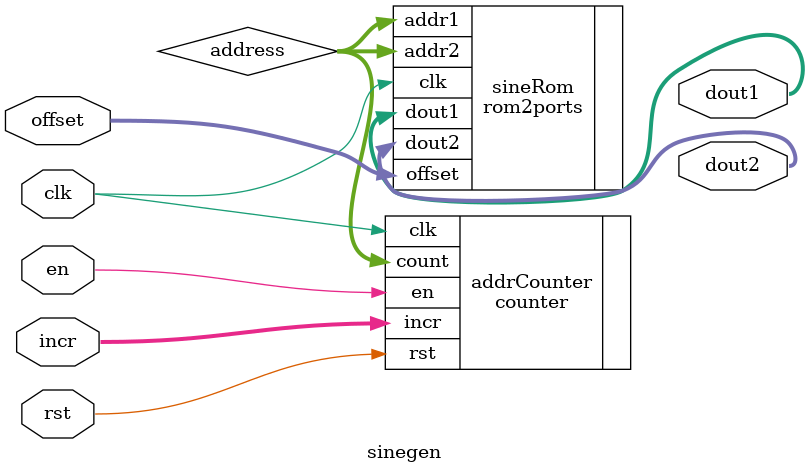
<source format=sv>
module sinegen #(
  parameter     A_WIDTH = 8,
                D_WIDTH = 8
)(
  // interface signals
  input  logic                  clk,      // clock 
  input  logic                  rst,      // reset 
  input  logic                  en,       // enable
  input  logic [A_WIDTH-1:0]    incr,     // increment
  input  logic [D_WIDTH-1:0]    offset,   // offset
  output logic [D_WIDTH-1:0]    dout1,    // count output
  output logic [D_WIDTH-1:0]    dout2
);

  logic  [A_WIDTH-1:0]       address;    // interconnect wire

counter addrCounter ( // instantiate counter module
  .clk (clk),
  .rst (rst),
  .en (en),
  .incr (incr),
  .count (address) // count - internal signal name; address - external signal name
);

rom2ports sineRom (
    .clk (clk),
    .addr1 (address), 
    .addr2 (address), 
    .dout1 (dout1),
    .dout2 (dout2),
    .offset (offset)
);

endmodule

</source>
